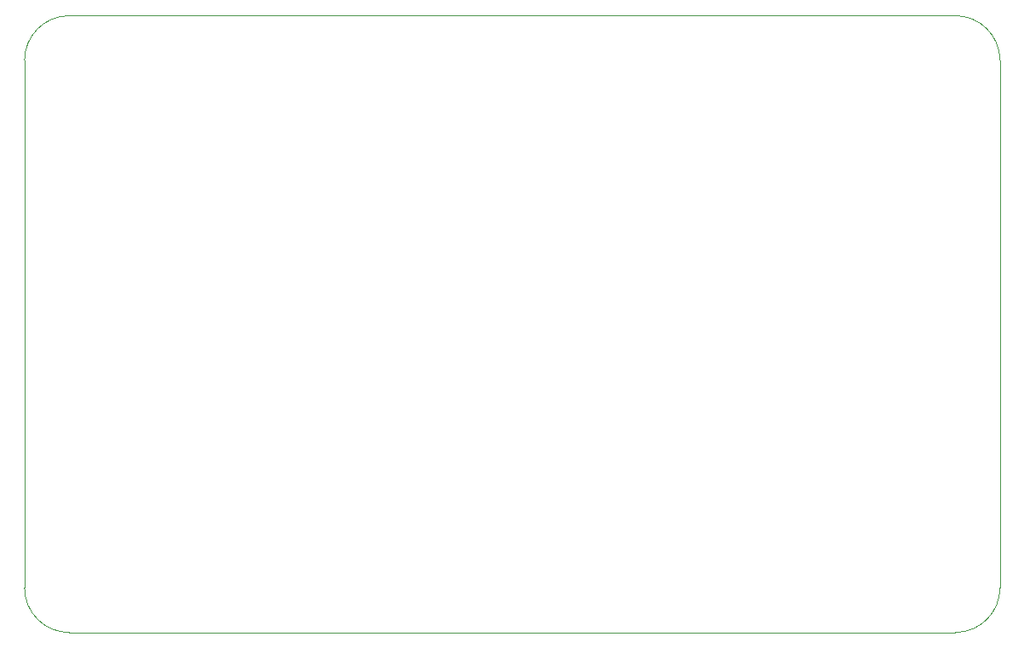
<source format=gbr>
%TF.GenerationSoftware,Altium Limited,Altium Designer,23.2.1 (34)*%
G04 Layer_Color=0*
%FSLAX45Y45*%
%MOMM*%
%TF.SameCoordinates,E9D2124A-86AF-48F7-823B-9A8D6BDBC947*%
%TF.FilePolarity,Positive*%
%TF.FileFunction,Profile,NP*%
%TF.Part,Single*%
G01*
G75*
%TA.AperFunction,Profile*%
%ADD63C,0.02540*%
D63*
X2692830Y3054398D02*
G03*
X3137328Y2609899I444497J-2D01*
G01*
X11951070Y2609850D01*
D02*
G03*
X12395569Y3054347I1J444497D01*
G01*
X12395571Y8305800D01*
D02*
G03*
X11951070Y8750300I-444499J1D01*
G01*
X3137328Y8750301D01*
D02*
G03*
X2692828Y8305847I-26J-444474D01*
G01*
X2692830Y3054398D01*
%TF.MD5,e7374c089860bc0f6e05b3ff19866b3f*%
M02*

</source>
